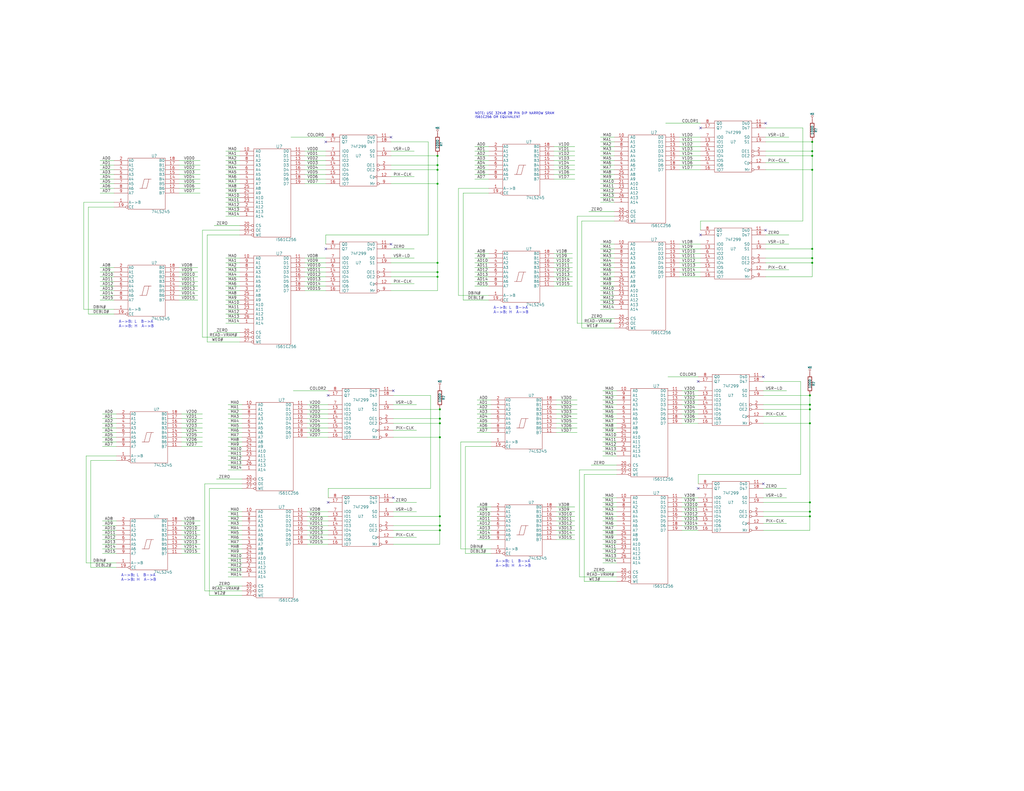
<source format=kicad_sch>
(kicad_sch (version 20211123) (generator eeschema)
  (paper "C")
  (junction (at 441.96 279.4))
  (junction (at 240.03 281.94))
  (junction (at 443.23 143.51))
  (junction (at 240.03 287.02))
  (junction (at 238.76 151.13))
  (junction (at 441.96 231.14))
  (junction (at 240.03 228.6))
  (junction (at 443.23 140.97))
  (junction (at 441.96 223.52))
  (junction (at 238.76 148.59))
  (junction (at 240.03 238.76))
  (junction (at 238.76 90.17))
  (junction (at 441.96 215.9))
  (junction (at 240.03 231.14))
  (junction (at 238.76 143.51))
  (junction (at 238.76 100.33))
  (junction (at 443.23 92.71))
  (junction (at 240.03 223.52))
  (junction (at 443.23 77.47))
  (junction (at 443.23 85.09))
  (junction (at 441.96 220.98))
  (junction (at 441.96 274.32))
  (junction (at 441.96 281.94))
  (junction (at 443.23 135.89))
  (junction (at 238.76 85.09))
  (junction (at 238.76 92.71))
  (junction (at 443.23 82.55))
  (junction (at 240.03 289.56))
  (no_connect (at 214.63 271.78))
  (no_connect (at 416.56 264.16))
  (no_connect (at 417.83 67.31))
  (no_connect (at 177.8 77.47))
  (no_connect (at 213.36 74.93))
  (no_connect (at 179.07 274.32))
  (no_connect (at 381 208.28))
  (no_connect (at 382.27 69.85))
  (no_connect (at 179.07 215.9))
  (no_connect (at 177.8 135.89))
  (no_connect (at 214.63 213.36))
  (no_connect (at 416.56 205.74))
  (no_connect (at 382.27 128.27))
  (no_connect (at 417.83 125.73))
  (no_connect (at 381 266.7))
  (no_connect (at 213.36 133.35))
  (wire (pts (xy 259.08 153.67) (xy 266.7 153.67)))
  (wire (pts (xy 416.56 208.28) (xy 436.88 208.28)))
  (wire (pts (xy 260.35 220.98) (xy 267.97 220.98)))
  (wire (pts (xy 63.5 248.92) (xy 46.99 248.92)))
  (wire (pts (xy 441.96 274.32) (xy 441.96 279.4)))
  (wire (pts (xy 314.96 176.53) (xy 335.28 176.53)))
  (wire (pts (xy 123.19 95.25) (xy 130.81 95.25)))
  (wire (pts (xy 303.53 284.48) (xy 313.69 284.48)))
  (wire (pts (xy 328.93 213.36) (xy 336.55 213.36)))
  (wire (pts (xy 54.61 90.17) (xy 62.23 90.17)))
  (wire (pts (xy 254 302.26) (xy 254 243.84)))
  (wire (pts (xy 54.61 156.21) (xy 62.23 156.21)))
  (wire (pts (xy 238.76 143.51) (xy 238.76 148.59)))
  (wire (pts (xy 177.8 128.27) (xy 177.8 133.35)))
  (wire (pts (xy 303.53 276.86) (xy 313.69 276.86)))
  (wire (pts (xy 317.5 179.07) (xy 335.28 179.07)))
  (wire (pts (xy 240.03 281.94) (xy 214.63 281.94)))
  (wire (pts (xy 123.19 143.51) (xy 130.81 143.51)))
  (wire (pts (xy 123.19 158.75) (xy 130.81 158.75)))
  (wire (pts (xy 370.84 148.59) (xy 382.27 148.59)))
  (wire (pts (xy 259.08 138.43) (xy 266.7 138.43)))
  (wire (pts (xy 124.46 292.1) (xy 132.08 292.1)))
  (wire (pts (xy 113.03 186.69) (xy 113.03 128.27)))
  (wire (pts (xy 370.84 92.71) (xy 382.27 92.71)))
  (wire (pts (xy 48.26 171.45) (xy 48.26 113.03)))
  (wire (pts (xy 166.37 140.97) (xy 177.8 140.97)))
  (wire (pts (xy 260.35 218.44) (xy 267.97 218.44)))
  (wire (pts (xy 259.08 82.55) (xy 266.7 82.55)))
  (wire (pts (xy 328.93 220.98) (xy 336.55 220.98)))
  (wire (pts (xy 124.46 251.46) (xy 132.08 251.46)))
  (wire (pts (xy 124.46 236.22) (xy 132.08 236.22)))
  (wire (pts (xy 303.53 236.22) (xy 314.96 236.22)))
  (wire (pts (xy 110.49 125.73) (xy 110.49 184.15)))
  (wire (pts (xy 213.36 77.47) (xy 233.68 77.47)))
  (wire (pts (xy 124.46 231.14) (xy 132.08 231.14)))
  (wire (pts (xy 328.93 233.68) (xy 336.55 233.68)))
  (wire (pts (xy 259.08 156.21) (xy 266.7 156.21)))
  (wire (pts (xy 327.66 135.89) (xy 335.28 135.89)))
  (wire (pts (xy 436.88 259.08) (xy 381 259.08)))
  (wire (pts (xy 114.3 325.12) (xy 132.08 325.12)))
  (wire (pts (xy 54.61 148.59) (xy 62.23 148.59)))
  (wire (pts (xy 123.19 173.99) (xy 130.81 173.99)))
  (wire (pts (xy 372.11 281.94) (xy 381 281.94)))
  (wire (pts (xy 252.73 163.83) (xy 252.73 105.41)))
  (wire (pts (xy 443.23 92.71) (xy 443.23 135.89)))
  (wire (pts (xy 443.23 82.55) (xy 417.83 82.55)))
  (wire (pts (xy 240.03 228.6) (xy 214.63 228.6)))
  (wire (pts (xy 123.19 168.91) (xy 130.81 168.91)))
  (wire (pts (xy 167.64 287.02) (xy 179.07 287.02)))
  (wire (pts (xy 111.76 322.58) (xy 111.76 264.16)))
  (wire (pts (xy 63.5 307.34) (xy 46.99 307.34)))
  (wire (pts (xy 111.76 264.16) (xy 132.08 264.16)))
  (wire (pts (xy 55.88 228.6) (xy 63.5 228.6)))
  (wire (pts (xy 438.15 120.65) (xy 438.15 69.85)))
  (wire (pts (xy 266.7 161.29) (xy 250.19 161.29)))
  (wire (pts (xy 238.76 148.59) (xy 238.76 151.13)))
  (wire (pts (xy 303.53 220.98) (xy 314.96 220.98)))
  (wire (pts (xy 132.08 320.04) (xy 118.11 320.04)))
  (wire (pts (xy 370.84 87.63) (xy 382.27 87.63)))
  (wire (pts (xy 132.08 261.62) (xy 118.11 261.62)))
  (wire (pts (xy 302.26 138.43) (xy 312.42 138.43)))
  (wire (pts (xy 370.84 135.89) (xy 382.27 135.89)))
  (wire (pts (xy 124.46 287.02) (xy 132.08 287.02)))
  (wire (pts (xy 130.81 123.19) (xy 116.84 123.19)))
  (wire (pts (xy 441.96 231.14) (xy 416.56 231.14)))
  (wire (pts (xy 327.66 85.09) (xy 335.28 85.09)))
  (wire (pts (xy 166.37 85.09) (xy 177.8 85.09)))
  (wire (pts (xy 327.66 158.75) (xy 335.28 158.75)))
  (wire (pts (xy 54.61 158.75) (xy 62.23 158.75)))
  (wire (pts (xy 303.53 228.6) (xy 314.96 228.6)))
  (wire (pts (xy 97.79 156.21) (xy 107.95 156.21)))
  (wire (pts (xy 327.66 133.35) (xy 335.28 133.35)))
  (wire (pts (xy 214.63 274.32) (xy 227.33 274.32)))
  (wire (pts (xy 167.64 289.56) (xy 179.07 289.56)))
  (wire (pts (xy 260.35 228.6) (xy 267.97 228.6)))
  (wire (pts (xy 97.79 158.75) (xy 107.95 158.75)))
  (wire (pts (xy 167.64 223.52) (xy 179.07 223.52)))
  (wire (pts (xy 441.96 274.32) (xy 416.56 274.32)))
  (wire (pts (xy 123.19 156.21) (xy 130.81 156.21)))
  (wire (pts (xy 123.19 171.45) (xy 130.81 171.45)))
  (wire (pts (xy 124.46 312.42) (xy 132.08 312.42)))
  (wire (pts (xy 99.06 231.14) (xy 110.49 231.14)))
  (wire (pts (xy 240.03 231.14) (xy 240.03 238.76)))
  (wire (pts (xy 167.64 281.94) (xy 179.07 281.94)))
  (wire (pts (xy 99.06 289.56) (xy 109.22 289.56)))
  (wire (pts (xy 113.03 128.27) (xy 130.81 128.27)))
  (wire (pts (xy 250.19 161.29) (xy 250.19 102.87)))
  (wire (pts (xy 123.19 100.33) (xy 130.81 100.33)))
  (wire (pts (xy 327.66 140.97) (xy 335.28 140.97)))
  (wire (pts (xy 55.88 299.72) (xy 63.5 299.72)))
  (wire (pts (xy 316.23 256.54) (xy 316.23 314.96)))
  (wire (pts (xy 443.23 135.89) (xy 443.23 140.97)))
  (wire (pts (xy 260.35 233.68) (xy 267.97 233.68)))
  (wire (pts (xy 48.26 113.03) (xy 62.23 113.03)))
  (wire (pts (xy 166.37 153.67) (xy 177.8 153.67)))
  (wire (pts (xy 99.06 292.1) (xy 109.22 292.1)))
  (wire (pts (xy 99.06 284.48) (xy 109.22 284.48)))
  (wire (pts (xy 327.66 80.01) (xy 335.28 80.01)))
  (wire (pts (xy 372.11 274.32) (xy 381 274.32)))
  (wire (pts (xy 240.03 223.52) (xy 214.63 223.52)))
  (wire (pts (xy 240.03 223.52) (xy 240.03 228.6)))
  (wire (pts (xy 328.93 231.14) (xy 336.55 231.14)))
  (wire (pts (xy 372.11 276.86) (xy 381 276.86)))
  (wire (pts (xy 166.37 97.79) (xy 177.8 97.79)))
  (wire (pts (xy 327.66 97.79) (xy 335.28 97.79)))
  (wire (pts (xy 97.79 100.33) (xy 109.22 100.33)))
  (wire (pts (xy 97.79 87.63) (xy 109.22 87.63)))
  (wire (pts (xy 214.63 293.37) (xy 227.33 293.37)))
  (wire (pts (xy 238.76 143.51) (xy 213.36 143.51)))
  (wire (pts (xy 63.5 251.46) (xy 49.53 251.46)))
  (wire (pts (xy 124.46 243.84) (xy 132.08 243.84)))
  (wire (pts (xy 335.28 120.65) (xy 317.5 120.65)))
  (wire (pts (xy 316.23 314.96) (xy 336.55 314.96)))
  (wire (pts (xy 124.46 279.4) (xy 132.08 279.4)))
  (wire (pts (xy 124.46 294.64) (xy 132.08 294.64)))
  (wire (pts (xy 302.26 143.51) (xy 312.42 143.51)))
  (wire (pts (xy 302.26 146.05) (xy 312.42 146.05)))
  (wire (pts (xy 123.19 107.95) (xy 130.81 107.95)))
  (wire (pts (xy 327.66 138.43) (xy 335.28 138.43)))
  (wire (pts (xy 430.53 74.93) (xy 417.83 74.93)))
  (wire (pts (xy 233.68 128.27) (xy 177.8 128.27)))
  (wire (pts (xy 303.53 281.94) (xy 313.69 281.94)))
  (wire (pts (xy 327.66 82.55) (xy 335.28 82.55)))
  (wire (pts (xy 382.27 125.73) (xy 382.27 120.65)))
  (wire (pts (xy 55.88 302.26) (xy 63.5 302.26)))
  (wire (pts (xy 302.26 87.63) (xy 313.69 87.63)))
  (wire (pts (xy 302.26 153.67) (xy 312.42 153.67)))
  (wire (pts (xy 99.06 297.18) (xy 109.22 297.18)))
  (wire (pts (xy 167.64 238.76) (xy 179.07 238.76)))
  (wire (pts (xy 260.35 284.48) (xy 267.97 284.48)))
  (wire (pts (xy 214.63 279.4) (xy 227.33 279.4)))
  (wire (pts (xy 441.96 281.94) (xy 441.96 289.56)))
  (wire (pts (xy 259.08 148.59) (xy 266.7 148.59)))
  (wire (pts (xy 123.19 176.53) (xy 130.81 176.53)))
  (wire (pts (xy 303.53 279.4) (xy 313.69 279.4)))
  (wire (pts (xy 97.79 161.29) (xy 107.95 161.29)))
  (wire (pts (xy 328.93 307.34) (xy 336.55 307.34)))
  (wire (pts (xy 443.23 92.71) (xy 417.83 92.71)))
  (wire (pts (xy 370.84 151.13) (xy 382.27 151.13)))
  (wire (pts (xy 99.06 299.72) (xy 109.22 299.72)))
  (wire (pts (xy 55.88 292.1) (xy 63.5 292.1)))
  (wire (pts (xy 130.81 186.69) (xy 113.03 186.69)))
  (wire (pts (xy 55.88 231.14) (xy 63.5 231.14)))
  (wire (pts (xy 372.11 271.78) (xy 381 271.78)))
  (wire (pts (xy 99.06 294.64) (xy 109.22 294.64)))
  (wire (pts (xy 213.36 158.75) (xy 238.76 158.75)))
  (wire (pts (xy 328.93 289.56) (xy 336.55 289.56)))
  (wire (pts (xy 54.61 153.67) (xy 62.23 153.67)))
  (wire (pts (xy 336.55 256.54) (xy 316.23 256.54)))
  (wire (pts (xy 55.88 233.68) (xy 63.5 233.68)))
  (wire (pts (xy 123.19 140.97) (xy 130.81 140.97)))
  (wire (pts (xy 63.5 309.88) (xy 49.53 309.88)))
  (wire (pts (xy 417.83 133.35) (xy 430.53 133.35)))
  (wire (pts (xy 238.76 92.71) (xy 213.36 92.71)))
  (wire (pts (xy 166.37 146.05) (xy 177.8 146.05)))
  (wire (pts (xy 167.64 233.68) (xy 179.07 233.68)))
  (wire (pts (xy 328.93 292.1) (xy 336.55 292.1)))
  (wire (pts (xy 260.35 231.14) (xy 267.97 231.14)))
  (wire (pts (xy 124.46 241.3) (xy 132.08 241.3)))
  (wire (pts (xy 158.75 74.93) (xy 177.8 74.93)))
  (wire (pts (xy 124.46 281.94) (xy 132.08 281.94)))
  (wire (pts (xy 124.46 238.76) (xy 132.08 238.76)))
  (wire (pts (xy 99.06 236.22) (xy 110.49 236.22)))
  (wire (pts (xy 124.46 299.72) (xy 132.08 299.72)))
  (wire (pts (xy 370.84 138.43) (xy 382.27 138.43)))
  (wire (pts (xy 302.26 90.17) (xy 313.69 90.17)))
  (wire (pts (xy 48.26 171.45) (xy 62.23 171.45)))
  (wire (pts (xy 327.66 143.51) (xy 335.28 143.51)))
  (wire (pts (xy 123.19 166.37) (xy 130.81 166.37)))
  (wire (pts (xy 124.46 226.06) (xy 132.08 226.06)))
  (wire (pts (xy 328.93 294.64) (xy 336.55 294.64)))
  (wire (pts (xy 179.07 271.78) (xy 179.07 266.7)))
  (wire (pts (xy 259.08 97.79) (xy 266.7 97.79)))
  (wire (pts (xy 259.08 85.09) (xy 266.7 85.09)))
  (wire (pts (xy 213.36 96.52) (xy 226.06 96.52)))
  (wire (pts (xy 99.06 228.6) (xy 110.49 228.6)))
  (wire (pts (xy 55.88 243.84) (xy 63.5 243.84)))
  (wire (pts (xy 416.56 266.7) (xy 429.26 266.7)))
  (wire (pts (xy 123.19 115.57) (xy 130.81 115.57)))
  (wire (pts (xy 443.23 140.97) (xy 443.23 143.51)))
  (wire (pts (xy 240.03 238.76) (xy 240.03 281.94)))
  (wire (pts (xy 443.23 85.09) (xy 417.83 85.09)))
  (wire (pts (xy 443.23 85.09) (xy 443.23 92.71)))
  (wire (pts (xy 214.63 234.95) (xy 227.33 234.95)))
  (wire (pts (xy 416.56 271.78) (xy 429.26 271.78)))
  (wire (pts (xy 179.07 266.7) (xy 234.95 266.7)))
  (wire (pts (xy 266.7 105.41) (xy 252.73 105.41)))
  (wire (pts (xy 55.88 294.64) (xy 63.5 294.64)))
  (wire (pts (xy 303.53 287.02) (xy 313.69 287.02)))
  (wire (pts (xy 443.23 140.97) (xy 417.83 140.97)))
  (wire (pts (xy 234.95 215.9) (xy 214.63 215.9)))
  (wire (pts (xy 372.11 223.52) (xy 381 223.52)))
  (wire (pts (xy 259.08 92.71) (xy 266.7 92.71)))
  (wire (pts (xy 238.76 100.33) (xy 238.76 143.51)))
  (wire (pts (xy 99.06 287.02) (xy 109.22 287.02)))
  (wire (pts (xy 123.19 102.87) (xy 130.81 102.87)))
  (wire (pts (xy 167.64 294.64) (xy 179.07 294.64)))
  (wire (pts (xy 328.93 274.32) (xy 336.55 274.32)))
  (wire (pts (xy 328.93 287.02) (xy 336.55 287.02)))
  (wire (pts (xy 54.61 87.63) (xy 62.23 87.63)))
  (wire (pts (xy 335.28 173.99) (xy 321.31 173.99)))
  (wire (pts (xy 302.26 97.79) (xy 313.69 97.79)))
  (wire (pts (xy 54.61 163.83) (xy 62.23 163.83)))
  (wire (pts (xy 328.93 228.6) (xy 336.55 228.6)))
  (wire (pts (xy 54.61 105.41) (xy 62.23 105.41)))
  (wire (pts (xy 370.84 146.05) (xy 382.27 146.05)))
  (wire (pts (xy 123.19 113.03) (xy 130.81 113.03)))
  (wire (pts (xy 45.72 168.91) (xy 62.23 168.91)))
  (wire (pts (xy 238.76 151.13) (xy 213.36 151.13)))
  (wire (pts (xy 303.53 218.44) (xy 314.96 218.44)))
  (wire (pts (xy 364.49 205.74) (xy 381 205.74)))
  (wire (pts (xy 167.64 220.98) (xy 179.07 220.98)))
  (wire (pts (xy 167.64 279.4) (xy 179.07 279.4)))
  (wire (pts (xy 443.23 135.89) (xy 417.83 135.89)))
  (wire (pts (xy 328.93 215.9) (xy 336.55 215.9)))
  (wire (pts (xy 327.66 100.33) (xy 335.28 100.33)))
  (wire (pts (xy 124.46 307.34) (xy 132.08 307.34)))
  (wire (pts (xy 240.03 297.18) (xy 214.63 297.18)))
  (wire (pts (xy 54.61 95.25) (xy 62.23 95.25)))
  (wire (pts (xy 417.83 88.9) (xy 430.53 88.9)))
  (wire (pts (xy 302.26 156.21) (xy 312.42 156.21)))
  (wire (pts (xy 260.35 281.94) (xy 267.97 281.94)))
  (wire (pts (xy 123.19 85.09) (xy 130.81 85.09)))
  (wire (pts (xy 97.79 92.71) (xy 109.22 92.71)))
  (wire (pts (xy 123.19 163.83) (xy 130.81 163.83)))
  (wire (pts (xy 97.79 153.67) (xy 107.95 153.67)))
  (wire (pts (xy 166.37 95.25) (xy 177.8 95.25)))
  (wire (pts (xy 213.36 90.17) (xy 238.76 90.17)))
  (wire (pts (xy 99.06 243.84) (xy 110.49 243.84)))
  (wire (pts (xy 327.66 90.17) (xy 335.28 90.17)))
  (wire (pts (xy 327.66 156.21) (xy 335.28 156.21)))
  (wire (pts (xy 123.19 151.13) (xy 130.81 151.13)))
  (wire (pts (xy 54.61 92.71) (xy 62.23 92.71)))
  (wire (pts (xy 303.53 292.1) (xy 313.69 292.1)))
  (wire (pts (xy 97.79 97.79) (xy 109.22 97.79)))
  (wire (pts (xy 110.49 184.15) (xy 130.81 184.15)))
  (wire (pts (xy 240.03 228.6) (xy 240.03 231.14)))
  (wire (pts (xy 124.46 297.18) (xy 132.08 297.18)))
  (wire (pts (xy 372.11 213.36) (xy 381 213.36)))
  (wire (pts (xy 260.35 223.52) (xy 267.97 223.52)))
  (wire (pts (xy 328.93 238.76) (xy 336.55 238.76)))
  (wire (pts (xy 328.93 248.92) (xy 336.55 248.92)))
  (wire (pts (xy 372.11 284.48) (xy 381 284.48)))
  (wire (pts (xy 266.7 102.87) (xy 250.19 102.87)))
  (wire (pts (xy 328.93 223.52) (xy 336.55 223.52)))
  (wire (pts (xy 302.26 82.55) (xy 313.69 82.55)))
  (wire (pts (xy 45.72 110.49) (xy 62.23 110.49)))
  (wire (pts (xy 327.66 148.59) (xy 335.28 148.59)))
  (wire (pts (xy 55.88 236.22) (xy 63.5 236.22)))
  (wire (pts (xy 124.46 309.88) (xy 132.08 309.88)))
  (wire (pts (xy 260.35 292.1) (xy 267.97 292.1)))
  (wire (pts (xy 213.36 85.09) (xy 238.76 85.09)))
  (wire (pts (xy 54.61 100.33) (xy 62.23 100.33)))
  (wire (pts (xy 443.23 151.13) (xy 417.83 151.13)))
  (wire (pts (xy 124.46 223.52) (xy 132.08 223.52)))
  (wire (pts (xy 227.33 220.98) (xy 214.63 220.98)))
  (wire (pts (xy 336.55 312.42) (xy 322.58 312.42)))
  (wire (pts (xy 132.08 266.7) (xy 114.3 266.7)))
  (wire (pts (xy 372.11 226.06) (xy 381 226.06)))
  (wire (pts (xy 438.15 69.85) (xy 417.83 69.85)))
  (wire (pts (xy 302.26 140.97) (xy 312.42 140.97)))
  (wire (pts (xy 114.3 266.7) (xy 114.3 325.12)))
  (wire (pts (xy 416.56 220.98) (xy 441.96 220.98)))
  (wire (pts (xy 123.19 105.41) (xy 130.81 105.41)))
  (wire (pts (xy 97.79 90.17) (xy 109.22 90.17)))
  (wire (pts (xy 328.93 226.06) (xy 336.55 226.06)))
  (wire (pts (xy 302.26 95.25) (xy 313.69 95.25)))
  (wire (pts (xy 363.22 67.31) (xy 382.27 67.31)))
  (wire (pts (xy 417.83 128.27) (xy 430.53 128.27)))
  (wire (pts (xy 327.66 151.13) (xy 335.28 151.13)))
  (wire (pts (xy 372.11 220.98) (xy 381 220.98)))
  (wire (pts (xy 259.08 151.13) (xy 266.7 151.13)))
  (wire (pts (xy 370.84 85.09) (xy 382.27 85.09)))
  (wire (pts (xy 327.66 146.05) (xy 335.28 146.05)))
  (wire (pts (xy 328.93 297.18) (xy 336.55 297.18)))
  (wire (pts (xy 238.76 148.59) (xy 213.36 148.59)))
  (wire (pts (xy 443.23 143.51) (xy 443.23 151.13)))
  (wire (pts (xy 260.35 279.4) (xy 267.97 279.4)))
  (wire (pts (xy 166.37 156.21) (xy 177.8 156.21)))
  (wire (pts (xy 441.96 223.52) (xy 416.56 223.52)))
  (wire (pts (xy 55.88 297.18) (xy 63.5 297.18)))
  (wire (pts (xy 327.66 163.83) (xy 335.28 163.83)))
  (wire (pts (xy 314.96 118.11) (xy 335.28 118.11)))
  (wire (pts (xy 259.08 87.63) (xy 266.7 87.63)))
  (wire (pts (xy 370.84 74.93) (xy 382.27 74.93)))
  (wire (pts (xy 97.79 163.83) (xy 107.95 163.83)))
  (wire (pts (xy 441.96 231.14) (xy 441.96 274.32)))
  (wire (pts (xy 123.19 146.05) (xy 130.81 146.05)))
  (wire (pts (xy 240.03 289.56) (xy 240.03 297.18)))
  (wire (pts (xy 328.93 218.44) (xy 336.55 218.44)))
  (wire (pts (xy 327.66 87.63) (xy 335.28 87.63)))
  (wire (pts (xy 130.81 181.61) (xy 116.84 181.61)))
  (wire (pts (xy 260.35 287.02) (xy 267.97 287.02)))
  (wire (pts (xy 233.68 77.47) (xy 233.68 128.27)))
  (wire (pts (xy 166.37 148.59) (xy 177.8 148.59)))
  (wire (pts (xy 167.64 292.1) (xy 179.07 292.1)))
  (wire (pts (xy 167.64 297.18) (xy 179.07 297.18)))
  (wire (pts (xy 97.79 151.13) (xy 107.95 151.13)))
  (wire (pts (xy 441.96 220.98) (xy 441.96 223.52)))
  (wire (pts (xy 55.88 289.56) (xy 63.5 289.56)))
  (wire (pts (xy 167.64 284.48) (xy 179.07 284.48)))
  (wire (pts (xy 328.93 243.84) (xy 336.55 243.84)))
  (wire (pts (xy 417.83 147.32) (xy 430.53 147.32)))
  (wire (pts (xy 303.53 233.68) (xy 314.96 233.68)))
  (wire (pts (xy 123.19 153.67) (xy 130.81 153.67)))
  (wire (pts (xy 302.26 151.13) (xy 312.42 151.13)))
  (wire (pts (xy 372.11 287.02) (xy 381 287.02)))
  (wire (pts (xy 97.79 95.25) (xy 109.22 95.25)))
  (wire (pts (xy 328.93 299.72) (xy 336.55 299.72)))
  (wire (pts (xy 303.53 294.64) (xy 313.69 294.64)))
  (wire (pts (xy 213.36 140.97) (xy 226.06 140.97)))
  (wire (pts (xy 123.19 148.59) (xy 130.81 148.59)))
  (wire (pts (xy 370.84 90.17) (xy 382.27 90.17)))
  (wire (pts (xy 99.06 241.3) (xy 110.49 241.3)))
  (wire (pts (xy 382.27 120.65) (xy 438.15 120.65)))
  (wire (pts (xy 166.37 87.63) (xy 177.8 87.63)))
  (wire (pts (xy 336.55 317.5) (xy 318.77 317.5)))
  (wire (pts (xy 441.96 223.52) (xy 441.96 231.14)))
  (wire (pts (xy 372.11 218.44) (xy 381 218.44)))
  (wire (pts (xy 370.84 143.51) (xy 382.27 143.51)))
  (wire (pts (xy 266.7 163.83) (xy 252.73 163.83)))
  (wire (pts (xy 441.96 281.94) (xy 416.56 281.94)))
  (wire (pts (xy 167.64 228.6) (xy 179.07 228.6)))
  (wire (pts (xy 303.53 289.56) (xy 313.69 289.56)))
  (wire (pts (xy 314.96 118.11) (xy 314.96 176.53)))
  (wire (pts (xy 240.03 287.02) (xy 214.63 287.02)))
  (wire (pts (xy 259.08 95.25) (xy 266.7 95.25)))
  (wire (pts (xy 370.84 133.35) (xy 382.27 133.35)))
  (wire (pts (xy 167.64 231.14) (xy 179.07 231.14)))
  (wire (pts (xy 327.66 105.41) (xy 335.28 105.41)))
  (wire (pts (xy 327.66 153.67) (xy 335.28 153.67)))
  (wire (pts (xy 372.11 231.14) (xy 381 231.14)))
  (wire (pts (xy 167.64 226.06) (xy 179.07 226.06)))
  (wire (pts (xy 166.37 143.51) (xy 177.8 143.51)))
  (wire (pts (xy 381 259.08) (xy 381 264.16)))
  (wire (pts (xy 124.46 254) (xy 132.08 254)))
  (wire (pts (xy 303.53 223.52) (xy 314.96 223.52)))
  (wire (pts (xy 55.88 284.48) (xy 63.5 284.48)))
  (wire (pts (xy 55.88 241.3) (xy 63.5 241.3)))
  (wire (pts (xy 166.37 158.75) (xy 177.8 158.75)))
  (wire (pts (xy 124.46 284.48) (xy 132.08 284.48)))
  (wire (pts (xy 214.63 289.56) (xy 240.03 289.56)))
  (wire (pts (xy 302.26 148.59) (xy 312.42 148.59)))
  (wire (pts (xy 54.61 151.13) (xy 62.23 151.13)))
  (wire (pts (xy 416.56 215.9) (xy 441.96 215.9)))
  (wire (pts (xy 328.93 281.94) (xy 336.55 281.94)))
  (wire (pts (xy 327.66 95.25) (xy 335.28 95.25)))
  (wire (pts (xy 97.79 102.87) (xy 109.22 102.87)))
  (wire (pts (xy 441.96 215.9) (xy 441.96 220.98)))
  (wire (pts (xy 166.37 92.71) (xy 177.8 92.71)))
  (wire (pts (xy 328.93 236.22) (xy 336.55 236.22)))
  (wire (pts (xy 97.79 148.59) (xy 107.95 148.59)))
  (wire (pts (xy 327.66 102.87) (xy 335.28 102.87)))
  (wire (pts (xy 238.76 151.13) (xy 238.76 158.75)))
  (wire (pts (xy 160.02 213.36) (xy 179.07 213.36)))
  (wire (pts (xy 416.56 227.33) (xy 429.26 227.33)))
  (wire (pts (xy 416.56 285.75) (xy 429.26 285.75)))
  (wire (pts (xy 254 302.26) (xy 267.97 302.26)))
  (wire (pts (xy 317.5 120.65) (xy 317.5 179.07)))
  (wire (pts (xy 417.83 143.51) (xy 443.23 143.51)))
  (wire (pts (xy 327.66 107.95) (xy 335.28 107.95)))
  (wire (pts (xy 259.08 90.17) (xy 266.7 90.17)))
  (wire (pts (xy 328.93 276.86) (xy 336.55 276.86)))
  (wire (pts (xy 166.37 82.55) (xy 177.8 82.55)))
  (wire (pts (xy 240.03 231.14) (xy 214.63 231.14)))
  (wire (pts (xy 370.84 82.55) (xy 382.27 82.55)))
  (wire (pts (xy 49.53 309.88) (xy 49.53 251.46)))
  (wire (pts (xy 123.19 92.71) (xy 130.81 92.71)))
  (wire (pts (xy 130.81 125.73) (xy 110.49 125.73)))
  (wire (pts (xy 97.79 105.41) (xy 109.22 105.41)))
  (wire (pts (xy 123.19 87.63) (xy 130.81 87.63)))
  (wire (pts (xy 260.35 236.22) (xy 267.97 236.22)))
  (wire (pts (xy 372.11 289.56) (xy 381 289.56)))
  (wire (pts (xy 240.03 287.02) (xy 240.03 289.56)))
  (wire (pts (xy 55.88 287.02) (xy 63.5 287.02)))
  (wire (pts (xy 328.93 279.4) (xy 336.55 279.4)))
  (wire (pts (xy 416.56 289.56) (xy 441.96 289.56)))
  (wire (pts (xy 123.19 118.11) (xy 130.81 118.11)))
  (wire (pts (xy 99.06 233.68) (xy 110.49 233.68)))
  (wire (pts (xy 124.46 289.56) (xy 132.08 289.56)))
  (wire (pts (xy 99.06 226.06) (xy 110.49 226.06)))
  (wire (pts (xy 124.46 302.26) (xy 132.08 302.26)))
  (wire (pts (xy 328.93 241.3) (xy 336.55 241.3)))
  (wire (pts (xy 124.46 256.54) (xy 132.08 256.54)))
  (wire (pts (xy 132.08 322.58) (xy 111.76 322.58)))
  (wire (pts (xy 54.61 102.87) (xy 62.23 102.87)))
  (wire (pts (xy 123.19 97.79) (xy 130.81 97.79)))
  (wire (pts (xy 327.66 166.37) (xy 335.28 166.37)))
  (wire (pts (xy 251.46 299.72) (xy 251.46 241.3)))
  (wire (pts (xy 238.76 92.71) (xy 238.76 100.33)))
  (wire (pts (xy 254 243.84) (xy 267.97 243.84)))
  (wire (pts (xy 166.37 100.33) (xy 177.8 100.33)))
  (wire (pts (xy 370.84 80.01) (xy 382.27 80.01)))
  (wire (pts (xy 443.23 82.55) (xy 443.23 85.09)))
  (wire (pts (xy 441.96 279.4) (xy 416.56 279.4)))
  (wire (pts (xy 302.26 80.01) (xy 313.69 80.01)))
  (wire (pts (xy 372.11 215.9) (xy 381 215.9)))
  (wire (pts (xy 327.66 161.29) (xy 335.28 161.29)))
  (wire (pts (xy 46.99 307.34) (xy 46.99 248.92)))
  (wire (pts (xy 166.37 151.13) (xy 177.8 151.13)))
  (wire (pts (xy 443.23 77.47) (xy 443.23 82.55)))
  (wire (pts (xy 240.03 281.94) (xy 240.03 287.02)))
  (wire (pts (xy 429.26 213.36) (xy 416.56 213.36)))
  (wire (pts (xy 441.96 279.4) (xy 441.96 281.94)))
  (wire (pts (xy 238.76 100.33) (xy 213.36 100.33)))
  (wire (pts (xy 55.88 226.06) (xy 63.5 226.06)))
  (wire (pts (xy 54.61 146.05) (xy 62.23 146.05)))
  (wire (pts (xy 259.08 146.05) (xy 266.7 146.05)))
  (wire (pts (xy 302.26 85.09) (xy 313.69 85.09)))
  (wire (pts (xy 124.46 314.96) (xy 132.08 314.96)))
  (wire (pts (xy 234.95 266.7) (xy 234.95 215.9)))
  (wire (pts (xy 123.19 90.17) (xy 130.81 90.17)))
  (wire (pts (xy 372.11 228.6) (xy 381 228.6)))
  (wire (pts (xy 260.35 276.86) (xy 267.97 276.86)))
  (wire (pts (xy 166.37 90.17) (xy 177.8 90.17)))
  (wire (pts (xy 370.84 77.47) (xy 382.27 77.47)))
  (wire (pts (xy 327.66 74.93) (xy 335.28 74.93)))
  (wire (pts (xy 328.93 284.48) (xy 336.55 284.48)))
  (wire (pts (xy 123.19 161.29) (xy 130.81 161.29)))
  (wire (pts (xy 54.61 97.79) (xy 62.23 97.79)))
  (wire (pts (xy 259.08 140.97) (xy 266.7 140.97)))
  (wire (pts (xy 370.84 140.97) (xy 382.27 140.97)))
  (wire (pts (xy 54.61 161.29) (xy 62.23 161.29)))
  (wire (pts (xy 327.66 77.47) (xy 335.28 77.47)))
  (wire (pts (xy 260.35 289.56) (xy 267.97 289.56)))
  (wire (pts (xy 124.46 248.92) (xy 132.08 248.92)))
  (wire (pts (xy 213.36 154.94) (xy 226.06 154.94)))
  (wire (pts (xy 328.93 246.38) (xy 336.55 246.38)))
  (wire (pts (xy 213.36 135.89) (xy 226.06 135.89)))
  (wire (pts (xy 260.35 294.64) (xy 267.97 294.64)))
  (wire (pts (xy 226.06 82.55) (xy 213.36 82.55)))
  (wire (pts (xy 251.46 299.72) (xy 267.97 299.72)))
  (wire (pts (xy 372.11 279.4) (xy 381 279.4)))
  (wire (pts (xy 303.53 231.14) (xy 314.96 231.14)))
  (wire (pts (xy 327.66 110.49) (xy 335.28 110.49)))
  (wire (pts (xy 240.03 238.76) (xy 214.63 238.76)))
  (wire (pts (xy 251.46 241.3) (xy 267.97 241.3)))
  (wire (pts (xy 97.79 146.05) (xy 107.95 146.05)))
  (wire (pts (xy 55.88 238.76) (xy 63.5 238.76)))
  (wire (pts (xy 335.28 115.57) (xy 321.31 115.57)))
  (wire (pts (xy 99.06 302.26) (xy 109.22 302.26)))
  (wire (pts (xy 436.88 208.28) (xy 436.88 259.08)))
  (wire (pts (xy 238.76 85.09) (xy 238.76 90.17)))
  (wire (pts (xy 124.46 228.6) (xy 132.08 228.6)))
  (wire (pts (xy 302.26 92.71) (xy 313.69 92.71)))
  (wire (pts (xy 260.35 226.06) (xy 267.97 226.06)))
  (wire (pts (xy 167.64 236.22) (xy 179.07 236.22)))
  (wire (pts (xy 303.53 226.06) (xy 314.96 226.06)))
  (wire (pts (xy 327.66 92.71) (xy 335.28 92.71)))
  (wire (pts (xy 124.46 246.38) (xy 132.08 246.38)))
  (wire (pts (xy 238.76 90.17) (xy 238.76 92.71)))
  (wire (pts (xy 318.77 317.5) (xy 318.77 259.08)))
  (wire (pts (xy 328.93 271.78) (xy 336.55 271.78)))
  (wire (pts (xy 99.06 238.76) (xy 110.49 238.76)))
  (wire (pts (xy 336.55 254) (xy 322.58 254)))
  (wire (pts (xy 123.19 82.55) (xy 130.81 82.55)))
  (wire (pts (xy 328.93 302.26) (xy 336.55 302.26)))
  (wire (pts (xy 124.46 233.68) (xy 132.08 233.68)))
  (wire (pts (xy 328.93 304.8) (xy 336.55 304.8)))
  (wire (pts (xy 124.46 220.98) (xy 132.08 220.98)))
  (wire (pts (xy 259.08 143.51) (xy 266.7 143.51)))
  (wire (pts (xy 45.72 168.91) (xy 45.72 110.49)))
  (wire (pts (xy 318.77 259.08) (xy 336.55 259.08)))
  (wire (pts (xy 124.46 304.8) (xy 132.08 304.8)))
  (wire (pts (xy 259.08 80.01) (xy 266.7 80.01)))
  (wire (pts (xy 327.66 168.91) (xy 335.28 168.91)))
  (wire (pts (xy 123.19 110.49) (xy 130.81 110.49)))
  (wire (pts (xy 443.23 77.47) (xy 417.83 77.47)))
  (text "A->B: L  B->A\nA->B: H  A->B" (at 269.24 171.45 0) (effects (font (size 1.524 1.524)) (justify left bottom)))
  (text "NOTE: USE 32Kx8 28 PIN DIP NARROW SRAM\nIS61C256 OR EQUIVALENT\n" (at 259.08 64.77 0) (effects (font (size 1.27 1.27)) (justify left bottom)))
  (text "A->B: L  B->A\nA->B: H  A->B" (at 64.77 179.07 0) (effects (font (size 1.524 1.524)) (justify left bottom)))
  (text "A->B: L  B->A\nA->B: H  A->B" (at 270.51 309.88 0) (effects (font (size 1.524 1.524)) (justify left bottom)))
  (text "A->B: L  B->A\nA->B: H  A->B" (at 66.04 317.5 0) (effects (font (size 1.524 1.524)) (justify left bottom)))
  (label "MA1" (at 330.2 215.9 0) (effects (font (size 1.524 1.524))))
  (label "V1D3" (at 372.11 82.55 0) (effects (font (size 1.524 1.524))))
  (label "V3D7" (at 373.38 231.14 0) (effects (font (size 1.524 1.524))))
  (label "V2D4" (at 168.91 231.14 0) (effects (font (size 1.524 1.524))))
  (label "V2D14" (at 168.91 294.64 0) (effects (font (size 1.524 1.524))))
  (label "V3D10" (at 304.8 281.94 0) (effects (font (size 1.524 1.524))))
  (label "V0D14" (at 99.06 161.29 0) (effects (font (size 1.524 1.524))))
  (label "AD10" (at 57.15 289.56 0) (effects (font (size 1.524 1.524))))
  (label "V1D4" (at 304.8 90.17 0) (effects (font (size 1.524 1.524))))
  (label "MA13" (at 125.73 254 0) (effects (font (size 1.524 1.524))))
  (label "V3D3" (at 306.07 226.06 0) (effects (font (size 1.524 1.524))))
  (label "MA5" (at 330.2 226.06 0) (effects (font (size 1.524 1.524))))
  (label "MA7" (at 328.93 92.71 0) (effects (font (size 1.524 1.524))))
  (label "COLOR1" (at 372.11 67.31 0) (effects (font (size 1.524 1.524))))
  (label "MA9" (at 330.2 294.64 0) (effects (font (size 1.524 1.524))))
  (label "V2D5" (at 101.6 238.76 0) (effects (font (size 1.524 1.524))))
  (label "V3D13" (at 304.8 289.56 0) (effects (font (size 1.524 1.524))))
  (label "V1D2" (at 304.8 85.09 0) (effects (font (size 1.524 1.524))))
  (label "AD10" (at 55.88 151.13 0) (effects (font (size 1.524 1.524))))
  (label "MA1" (at 124.46 85.09 0) (effects (font (size 1.524 1.524))))
  (label "MA14" (at 125.73 256.54 0) (effects (font (size 1.524 1.524))))
  (label "MA2" (at 125.73 284.48 0) (effects (font (size 1.524 1.524))))
  (label "V0D5" (at 167.64 95.25 0) (effects (font (size 1.524 1.524))))
  (label "WE2#" (at 116.84 325.12 0) (effects (font (size 1.524 1.524))))
  (label "MA0" (at 330.2 213.36 0) (effects (font (size 1.524 1.524))))
  (label "V1D14" (at 372.11 148.59 0) (effects (font (size 1.524 1.524))))
  (label "V1D0" (at 372.11 74.93 0) (effects (font (size 1.524 1.524))))
  (label "V2D7" (at 168.91 238.76 0) (effects (font (size 1.524 1.524))))
  (label "READ-VRAM#" (at 318.77 176.53 0) (effects (font (size 1.524 1.524))))
  (label "V0D13" (at 99.06 158.75 0) (effects (font (size 1.524 1.524))))
  (label "MA14" (at 124.46 118.11 0) (effects (font (size 1.524 1.524))))
  (label "MA8" (at 125.73 241.3 0) (effects (font (size 1.524 1.524))))
  (label "V3D1" (at 373.38 215.9 0) (effects (font (size 1.524 1.524))))
  (label "MA12" (at 124.46 171.45 0) (effects (font (size 1.524 1.524))))
  (label "MA12" (at 330.2 243.84 0) (effects (font (size 1.524 1.524))))
  (label "AD4" (at 57.15 236.22 0) (effects (font (size 1.524 1.524))))
  (label "V1D2" (at 372.11 80.01 0) (effects (font (size 1.524 1.524))))
  (label "MA5" (at 328.93 87.63 0) (effects (font (size 1.524 1.524))))
  (label "MA5" (at 125.73 292.1 0) (effects (font (size 1.524 1.524))))
  (label "WE1#" (at 320.04 179.07 0) (effects (font (size 1.524 1.524))))
  (label "PIX-CLK" (at 417.83 227.33 0) (effects (font (size 1.524 1.524))))
  (label "MA4" (at 124.46 92.71 0) (effects (font (size 1.524 1.524))))
  (label "MA2" (at 330.2 218.44 0) (effects (font (size 1.524 1.524))))
  (label "MA6" (at 124.46 156.21 0) (effects (font (size 1.524 1.524))))
  (label "AD2" (at 261.62 223.52 0) (effects (font (size 1.524 1.524))))
  (label "V2D5" (at 168.91 233.68 0) (effects (font (size 1.524 1.524))))
  (label "V2D10" (at 168.91 284.48 0) (effects (font (size 1.524 1.524))))
  (label "AD0" (at 261.62 218.44 0) (effects (font (size 1.524 1.524))))
  (label "MA11" (at 124.46 168.91 0) (effects (font (size 1.524 1.524))))
  (label "V3D11" (at 373.38 279.4 0) (effects (font (size 1.524 1.524))))
  (label "V0D15" (at 167.64 158.75 0) (effects (font (size 1.524 1.524))))
  (label "MA3" (at 330.2 279.4 0) (effects (font (size 1.524 1.524))))
  (label "V2D9" (at 100.33 287.02 0) (effects (font (size 1.524 1.524))))
  (label "V1D9" (at 303.53 140.97 0) (effects (font (size 1.524 1.524))))
  (label "AD15" (at 55.88 163.83 0) (effects (font (size 1.524 1.524))))
  (label "V2D7" (at 101.6 243.84 0) (effects (font (size 1.524 1.524))))
  (label "V1D8" (at 372.11 133.35 0) (effects (font (size 1.524 1.524))))
  (label "AD2" (at 55.88 92.71 0) (effects (font (size 1.524 1.524))))
  (label "ZERO" (at 419.1 128.27 0) (effects (font (size 1.524 1.524))))
  (label "MA1" (at 328.93 135.89 0) (effects (font (size 1.524 1.524))))
  (label "VSR-LD" (at 419.1 74.93 0) (effects (font (size 1.524 1.524))))
  (label "MA0" (at 328.93 74.93 0) (effects (font (size 1.524 1.524))))
  (label "V0D10" (at 99.06 151.13 0) (effects (font (size 1.524 1.524))))
  (label "V0D9" (at 167.64 143.51 0) (effects (font (size 1.524 1.524))))
  (label "AD11" (at 57.15 292.1 0) (effects (font (size 1.524 1.524))))
  (label "V0D0" (at 100.33 87.63 0) (effects (font (size 1.524 1.524))))
  (label "AD3" (at 55.88 95.25 0) (effects (font (size 1.524 1.524))))
  (label "MA5" (at 125.73 233.68 0) (effects (font (size 1.524 1.524))))
  (label "MA5" (at 330.2 284.48 0) (effects (font (size 1.524 1.524))))
  (label "MA7" (at 328.93 151.13 0) (effects (font (size 1.524 1.524))))
  (label "DBIN#" (at 255.27 161.29 0) (effects (font (size 1.524 1.524))))
  (label "V0D0" (at 167.64 82.55 0) (effects (font (size 1.524 1.524))))
  (label "MA11" (at 125.73 307.34 0) (effects (font (size 1.524 1.524))))
  (label "AD5" (at 57.15 238.76 0) (effects (font (size 1.524 1.524))))
  (label "MA12" (at 125.73 309.88 0) (effects (font (size 1.524 1.524))))
  (label "V3D7" (at 306.07 236.22 0) (effects (font (size 1.524 1.524))))
  (label "MA5" (at 124.46 95.25 0) (effects (font (size 1.524 1.524))))
  (label "V1D13" (at 303.53 151.13 0) (effects (font (size 1.524 1.524))))
  (label "PIX-CLK" (at 419.1 147.32 0) (effects (font (size 1.524 1.524))))
  (label "PIX-CLK" (at 215.9 234.95 0) (effects (font (size 1.524 1.524))))
  (label "ZERO" (at 119.38 320.04 0) (effects (font (size 1.524 1.524))))
  (label "V2D15" (at 100.33 302.26 0) (effects (font (size 1.524 1.524))))
  (label "V2D13" (at 100.33 297.18 0) (effects (font (size 1.524 1.524))))
  (label "AD5" (at 261.62 231.14 0) (effects (font (size 1.524 1.524))))
  (label "MA11" (at 328.93 102.87 0) (effects (font (size 1.524 1.524))))
  (label "V0D6" (at 167.64 97.79 0) (effects (font (size 1.524 1.524))))
  (label "V3D3" (at 373.38 220.98 0) (effects (font (size 1.524 1.524))))
  (label "AD15" (at 57.15 302.26 0) (effects (font (size 1.524 1.524))))
  (label "MA2" (at 124.46 87.63 0) (effects (font (size 1.524 1.524))))
  (label "AD4" (at 260.35 90.17 0) (effects (font (size 1.524 1.524))))
  (label "AD13" (at 55.88 158.75 0) (effects (font (size 1.524 1.524))))
  (label "V0D11" (at 99.06 153.67 0) (effects (font (size 1.524 1.524))))
  (label "AD7" (at 55.88 105.41 0) (effects (font (size 1.524 1.524))))
  (label "AD7" (at 261.62 236.22 0) (effects (font (size 1.524 1.524))))
  (label "READ-VRAM#" (at 320.04 314.96 0) (effects (font (size 1.524 1.524))))
  (label "MA7" (at 124.46 100.33 0) (effects (font (size 1.524 1.524))))
  (label "ZERO" (at 214.63 135.89 0) (effects (font (size 1.524 1.524))))
  (label "V2D12" (at 168.91 289.56 0) (effects (font (size 1.524 1.524))))
  (label "V2D8" (at 100.33 284.48 0) (effects (font (size 1.524 1.524))))
  (label "MA3" (at 328.93 140.97 0) (effects (font (size 1.524 1.524))))
  (label "VSR-LD" (at 215.9 220.98 0) (effects (font (size 1.524 1.524))))
  (label "AD11" (at 260.35 146.05 0) (effects (font (size 1.524 1.524))))
  (label "V1D4" (at 372.11 85.09 0) (effects (font (size 1.524 1.524))))
  (label "V3D4" (at 306.07 228.6 0) (effects (font (size 1.524 1.524))))
  (label "MA13" (at 330.2 246.38 0) (effects (font (size 1.524 1.524))))
  (label "V3D2" (at 373.38 218.44 0) (effects (font (size 1.524 1.524))))
  (label "MA1" (at 125.73 223.52 0) (effects (font (size 1.524 1.524))))
  (label "PIX-CLK" (at 419.1 88.9 0) (effects (font (size 1.524 1.524))))
  (label "V1D1" (at 304.8 82.55 0) (effects (font (size 1.524 1.524))))
  (label "AD4" (at 261.62 228.6 0) (effects (font (size 1.524 1.524))))
  (label "MA4" (at 328.93 85.09 0) (effects (font (size 1.524 1.524))))
  (label "V3D15" (at 304.8 294.64 0) (effects (font (size 1.524 1.524))))
  (label "MA10" (at 124.46 166.37 0) (effects (font (size 1.524 1.524))))
  (label "MA12" (at 330.2 302.26 0) (effects (font (size 1.524 1.524))))
  (label "V2D1" (at 101.6 228.6 0) (effects (font (size 1.524 1.524))))
  (label "V1D10" (at 372.11 138.43 0) (effects (font (size 1.524 1.524))))
  (label "MA12" (at 125.73 251.46 0) (effects (font (size 1.524 1.524))))
  (label "VSR-LD" (at 417.83 213.36 0) (effects (font (size 1.524 1.524))))
  (label "MA1" (at 328.93 77.47 0) (effects (font (size 1.524 1.524))))
  (label "MA10" (at 124.46 107.95 0) (effects (font (size 1.524 1.524))))
  (label "AD13" (at 57.15 297.18 0) (effects (font (size 1.524 1.524))))
  (label "MA4" (at 328.93 143.51 0) (effects (font (size 1.524 1.524))))
  (label "V0D2" (at 100.33 92.71 0) (effects (font (size 1.524 1.524))))
  (label "MA3" (at 125.73 287.02 0) (effects (font (size 1.524 1.524))))
  (label "MA0" (at 330.2 271.78 0) (effects (font (size 1.524 1.524))))
  (label "VSR-LD" (at 214.63 140.97 0) (effects (font (size 1.524 1.524))))
  (label "AD11" (at 261.62 284.48 0) (effects (font (size 1.524 1.524))))
  (label "V2D11" (at 100.33 292.1 0) (effects (font (size 1.524 1.524))))
  (label "MA5" (at 124.46 153.67 0) (effects (font (size 1.524 1.524))))
  (label "MA4" (at 330.2 281.94 0) (effects (font (size 1.524 1.524))))
  (label "PIX-CLK" (at 215.9 293.37 0) (effects (font (size 1.524 1.524))))
  (label "MA4" (at 330.2 223.52 0) (effects (font (size 1.524 1.524))))
  (label "MA13" (at 328.93 166.37 0) (effects (font (size 1.524 1.524))))
  (label "MA9" (at 330.2 236.22 0) (effects (font (size 1.524 1.524))))
  (label "MA2" (at 328.93 138.43 0) (effects (font (size 1.524 1.524))))
  (label "DEBL1#" (at 255.27 163.83 0) (effects (font (size 1.524 1.524))))
  (label "MA11" (at 124.46 110.49 0) (effects (font (size 1.524 1.524))))
  (label "ZERO" (at 417.83 266.7 0) (effects (font (size 1.524 1.524))))
  (label "V3D14" (at 373.38 287.02 0) (effects (font (size 1.524 1.524))))
  (label "MA10" (at 328.93 158.75 0) (effects (font (size 1.524 1.524))))
  (label "DEBL2#" (at 52.07 309.88 0) (effects (font (size 1.524 1.524))))
  (label "MA13" (at 124.46 115.57 0) (effects (font (size 1.524 1.524))))
  (label "V0D7" (at 167.64 100.33 0) (effects (font (size 1.524 1.524))))
  (label "MA10" (at 330.2 297.18 0) (effects (font (size 1.524 1.524))))
  (label "AD12" (at 55.88 156.21 0) (effects (font (size 1.524 1.524))))
  (label "V2D6" (at 168.91 236.22 0) (effects (font (size 1.524 1.524))))
  (label "MA3" (at 330.2 220.98 0) (effects (font (size 1.524 1.524))))
  (label "ZERO" (at 322.58 115.57 0) (effects (font (size 1.524 1.524))))
  (label "ZERO" (at 323.85 254 0) (effects (font (size 1.524 1.524))))
  (label "MA9" (at 328.93 97.79 0) (effects (font (size 1.524 1.524))))
  (label "MA11" (at 328.93 161.29 0) (effects (font (size 1.524 1.524))))
  (label "MA1" (at 330.2 274.32 0) (effects (font (size 1.524 1.524))))
  (label "MA14" (at 328.93 168.91 0) (effects (font (size 1.524 1.524))))
  (label "V1D5" (at 372.11 87.63 0) (effects (font (size 1.524 1.524))))
  (label "MA11" (at 125.73 248.92 0) (effects (font (size 1.524 1.524))))
  (label "V0D10" (at 167.64 146.05 0) (effects (font (size 1.524 1.524))))
  (label "V0D2" (at 167.64 87.63 0) (effects (font (size 1.524 1.524))))
  (label "V1D13" (at 372.11 146.05 0) (effects (font (size 1.524 1.524))))
  (label "V3D6" (at 306.07 233.68 0) (effects (font (size 1.524 1.524))))
  (label "MA8" (at 328.93 95.25 0) (effects (font (size 1.524 1.524))))
  (label "AD6" (at 261.62 233.68 0) (effects (font (size 1.524 1.524))))
  (label "PIX-CLK" (at 214.63 154.94 0) (effects (font (size 1.524 1.524))))
  (label "V3D12" (at 304.8 287.02 0) (effects (font (size 1.524 1.524))))
  (label "MA3" (at 328.93 82.55 0) (effects (font (size 1.524 1.524))))
  (label "V1D11" (at 303.53 146.05 0) (effects (font (size 1.524 1.524))))
  (label "MA13" (at 330.2 304.8 0) (effects (font (size 1.524 1.524))))
  (label "V1D12" (at 303.53 148.59 0) (effects (font (size 1.524 1.524))))
  (label "V2D0" (at 101.6 226.06 0) (effects (font (size 1.524 1.524))))
  (label "READ-VRAM#" (at 114.3 184.15 0) (effects (font (size 1.524 1.524))))
  (label "AD1" (at 260.35 82.55 0) (effects (font (size 1.524 1.524))))
  (label "V2D8" (at 168.91 279.4 0) (effects (font (size 1.524 1.524))))
  (label "V1D8" (at 303.53 138.43 0) (effects (font (size 1.524 1.524))))
  (label "AD9" (at 261.62 279.4 0) (effects (font (size 1.524 1.524))))
  (label "V3D5" (at 306.07 231.14 0) (effects (font (size 1.524 1.524))))
  (label "V0D3" (at 167.64 90.17 0) (effects (font (size 1.524 1.524))))
  (label "MA0" (at 328.93 133.35 0) (effects (font (size 1.524 1.524))))
  (label "V0D14" (at 167.64 156.21 0) (effects (font (size 1.524 1.524))))
  (label "WE0#" (at 115.57 186.69 0) (effects (font (size 1.524 1.524))))
  (label "MA12" (at 328.93 105.41 0) (effects (font (size 1.524 1.524))))
  (label "AD5" (at 260.35 92.71 0) (effects (font (size 1.524 1.524))))
  (label "V0D7" (at 100.33 105.41 0) (effects (font (size 1.524 1.524))))
  (label "AD9" (at 260.35 140.97 0) (effects (font (size 1.524 1.524))))
  (label "MA9" (at 124.46 105.41 0) (effects (font (size 1.524 1.524))))
  (label "V1D14" (at 303.53 153.67 0) (effects (font (size 1.524 1.524))))
  (label "ZERO" (at 323.85 312.42 0) (effects (font (size 1.524 1.524))))
  (label "V0D1" (at 167.64 85.09 0) (effects (font (size 1.524 1.524))))
  (label "AD15" (at 260.35 156.21 0) (effects (font (size 1.524 1.524))))
  (label "AD2" (at 260.35 85.09 0) (effects (font (size 1.524 1.524))))
  (label "V0D1" (at 100.33 90.17 0) (effects (font (size 1.524 1.524))))
  (label "V3D12" (at 373.38 281.94 0) (effects (font (size 1.524 1.524))))
  (label "MA9" (at 125.73 243.84 0) (effects (font (size 1.524 1.524))))
  (label "COLOR2" (at 168.91 213.36 0) (effects (font (size 1.524 1.524))))
  (label "AD8" (at 55.88 146.05 0) (effects (font (size 1.524 1.524))))
  (label "V3D6" (at 373.38 228.6 0) (effects (font (size 1.524 1.524))))
  (label "MA11" (at 330.2 241.3 0) (effects (font (size 1.524 1.524))))
  (label "AD11" (at 55.88 153.67 0) (effects (font (size 1.524 1.524))))
  (label "V2D2" (at 101.6 231.14 0) (effects (font (size 1.524 1.524))))
  (label "COLOR0" (at 167.64 74.93 0) (effects (font (size 1.524 1.524))))
  (label "V3D1" (at 306.07 220.98 0) (effects (font (size 1.524 1.524))))
  (label "AD0" (at 57.15 226.06 0) (effects (font (size 1.524 1.524))))
  (label "V3D9" (at 304.8 279.4 0) (effects (font (size 1.524 1.524))))
  (label "MA1" (at 124.46 143.51 0) (effects (font (size 1.524 1.524))))
  (label "DBIN#" (at 50.8 307.34 0) (effects (font (size 1.524 1.524))))
  (label "V1D15" (at 303.53 156.21 0) (effects (font (size 1.524 1.524))))
  (label "AD9" (at 57.15 287.02 0) (effects (font (size 1.524 1.524))))
  (label "MA10" (at 125.73 246.38 0) (effects (font (size 1.524 1.524))))
  (label "AD2" (at 57.15 231.14 0) (effects (font (size 1.524 1.524))))
  (label "ZERO" (at 119.38 261.62 0) (effects (font (size 1.524 1.524))))
  (label "MA14" (at 330.2 307.34 0) (effects (font (size 1.524 1.524))))
  (label "AD1" (at 261.62 220.98 0) (effects (font (size 1.524 1.524))))
  (label "V3D9" (at 373.38 274.32 0) (effects (font (size 1.524 1.524))))
  (label "MA6" (at 124.46 97.79 0) (effects (font (size 1.524 1.524))))
  (label "V0D4" (at 100.33 97.79 0) (effects (font (size 1.524 1.524))))
  (label "AD14" (at 261.62 292.1 0) (effects (font (size 1.524 1.524))))
  (label "AD14" (at 55.88 161.29 0) (effects (font (size 1.524 1.524))))
  (label "V2D9" (at 168.91 281.94 0) (effects (font (size 1.524 1.524))))
  (label "V1D6" (at 372.11 90.17 0) (effects (font (size 1.524 1.524))))
  (label "V2D10" (at 100.33 289.56 0) (effects (font (size 1.524 1.524))))
  (label "AD5" (at 55.88 100.33 0) (effects (font (size 1.524 1.524))))
  (label "MA6" (at 330.2 228.6 0) (effects (font (size 1.524 1.524))))
  (label "AD10" (at 260.35 143.51 0) (effects (font (size 1.524 1.524))))
  (label "V3D0" (at 306.07 218.44 0) (effects (font (size 1.524 1.524))))
  (label "ZERO" (at 215.9 274.32 0) (effects (font (size 1.524 1.524))))
  (label "MA6" (at 330.2 287.02 0) (effects (font (size 1.524 1.524))))
  (label "V3D8" (at 304.8 276.86 0) (effects (font (size 1.524 1.524))))
  (label "MA9" (at 125.73 302.26 0) (effects (font (size 1.524 1.524))))
  (label "DBIN#" (at 256.54 299.72 0) (effects (font (size 1.524 1.524))))
  (label "MA7" (at 330.2 289.56 0) (effects (font (size 1.524 1.524))))
  (label "V2D3" (at 101.6 233.68 0) (effects (font (size 1.524 1.524))))
  (label "V3D10" (at 373.38 276.86 0) (effects (font (size 1.524 1.524))))
  (label "MA10" (at 330.2 238.76 0) (effects (font (size 1.524 1.524))))
  (label "MA4" (at 125.73 289.56 0) (effects (font (size 1.524 1.524))))
  (label "V0D3" (at 100.33 95.25 0) (effects (font (size 1.524 1.524))))
  (label "AD8" (at 260.35 138.43 0) (effects (font (size 1.524 1.524))))
  (label "V2D0" (at 168.91 220.98 0) (effects (font (size 1.524 1.524))))
  (label "MA8" (at 125.73 299.72 0) (effects (font (size 1.524 1.524))))
  (label "AD15" (at 261.62 294.64 0) (effects (font (size 1.524 1.524))))
  (label "MA14" (at 125.73 314.96 0) (effects (font (size 1.524 1.524))))
  (label "MA4" (at 125.73 231.14 0) (effects (font (size 1.524 1.524))))
  (label "V1D15" (at 372.11 151.13 0) (effects (font (size 1.524 1.524))))
  (label "V3D5" (at 373.38 226.06 0) (effects (font (size 1.524 1.524))))
  (label "AD13" (at 261.62 289.56 0) (effects (font (size 1.524 1.524))))
  (label "V3D2" (at 306.07 223.52 0) (effects (font (size 1.524 1.524))))
  (label "AD0" (at 55.88 87.63 0) (effects (font (size 1.524 1.524))))
  (label "MA3" (at 125.73 228.6 0) (effects (font (size 1.524 1.524))))
  (label "MA6" (at 125.73 294.64 0) (effects (font (size 1.524 1.524))))
  (label "MA3" (at 124.46 90.17 0) (effects (font (size 1.524 1.524))))
  (label "MA7" (at 125.73 297.18 0) (effects (font (size 1.524 1.524))))
  (label "V1D9" (at 372.11 135.89 0) (effects (font (size 1.524 1.524))))
  (label "PIX-CLK" (at 417.83 285.75 0) (effects (font (size 1.524 1.524))))
  (label "MA2" (at 330.2 276.86 0) (effects (font (size 1.524 1.524))))
  (label "AD12" (at 57.15 294.64 0) (effects (font (size 1.524 1.524))))
  (label "PIX-CLK" (at 214.63 96.52 0) (effects (font (size 1.524 1.524))))
  (label "V2D2" (at 168.91 226.06 0) (effects (font (size 1.524 1.524))))
  (label "MA1" (at 125.73 281.94 0) (effects (font (size 1.524 1.524))))
  (label "ZERO" (at 322.58 173.99 0) (effects (font (size 1.524 1.524))))
  (label "V1D1" (at 372.11 77.47 0) (effects (font (size 1.524 1.524))))
  (label "ZERO" (at 118.11 181.61 0) (effects (font (size 1.524 1.524))))
  (label "MA0" (at 125.73 220.98 0) (effects (font (size 1.524 1.524))))
  (label "AD14" (at 57.15 299.72 0) (effects (font (size 1.524 1.524))))
  (label "MA11" (at 330.2 299.72 0) (effects (font (size 1.524 1.524))))
  (label "AD7" (at 260.35 97.79 0) (effects (font (size 1.524 1.524))))
  (label "MA0" (at 124.46 82.55 0) (effects (font (size 1.524 1.524))))
  (label "V3D0" (at 373.38 213.36 0) (effects (font (size 1.524 1.524))))
  (label "AD3" (at 57.15 233.68 0) (effects (font (size 1.524 1.524))))
  (label "AD1" (at 57.15 228.6 0) (effects (font (size 1.524 1.524))))
  (label "AD10" (at 261.62 281.94 0) (effects (font (size 1.524 1.524))))
  (label "V0D8" (at 167.64 140.97 0) (effects (font (size 1.524 1.524))))
  (label "MA12" (at 328.93 163.83 0) (effects (font (size 1.524 1.524))))
  (label "V1D7" (at 372.11 92.71 0) (effects (font (size 1.524 1.524))))
  (label "V1D6" (at 304.8 95.25 0) (effects (font (size 1.524 1.524))))
  (label "V2D3" (at 168.91 228.6 0) (effects (font (size 1.524 1.524))))
  (label "AD13" (at 260.35 151.13 0) (effects (font (size 1.524 1.524))))
  (label "MA6" (at 328.93 148.59 0) (effects (font (size 1.524 1.524))))
  (label "V1D12" (at 372.11 143.51 0) (effects (font (size 1.524 1.524))))
  (label "V0D11" (at 167.64 148.59 0) (effects (font (size 1.524 1.524))))
  (label "AD3" (at 261.62 226.06 0) (effects (font (size 1.524 1.524))))
  (label "AD14" (at 260.35 153.67 0) (effects (font (size 1.524 1.524))))
  (label "V3D8" (at 373.38 271.78 0) (effects (font (size 1.524 1.524))))
  (label "MA8" (at 330.2 233.68 0) (effects (font (size 1.524 1.524))))
  (label "AD6" (at 260.35 95.25 0) (effects (font (size 1.524 1.524))))
  (label "MA10" (at 125.73 304.8 0) (effects (font (size 1.524 1.524))))
  (label "MA12" (at 124.46 113.03 0) (effects (font (size 1.524 1.524))))
  (label "V1D7" (at 304.8 97.79 0) (effects (font (size 1.524 1.524))))
  (label "V0D15" (at 99.06 163.83 0) (effects (font (size 1.524 1.524))))
  (label "VSR-LD" (at 214.63 82.55 0) (effects (font (size 1.524 1.524))))
  (label "V0D12" (at 167.64 151.13 0) (effects (font (size 1.524 1.524))))
  (label "AD0" (at 260.35 80.01 0) (effects (font (size 1.524 1.524))))
  (label "V3D13" (at 373.38 284.48 0) (effects (font (size 1.524 1.524))))
  (label "V0D12" (at 99.06 156.21 0) (effects (font (size 1.524 1.524))))
  (label "V3D4" (at 373.38 223.52 0) (effects (font (size 1.524 1.524))))
  (label "MA8" (at 328.93 153.67 0) (effects (font (size 1.524 1.524))))
  (label "MA9" (at 328.93 156.21 0) (effects (font (size 1.524 1.524))))
  (label "V0D13" (at 167.64 153.67 0) (effects (font (size 1.524 1.524))))
  (label "AD8" (at 57.15 284.48 0) (effects (font (size 1.524 1.524))))
  (label "V0D8" (at 99.06 146.05 0) (effects (font (size 1.524 1.524))))
  (label "V2D4" (at 101.6 236.22 0) (effects (font (size 1.524 1.524))))
  (label "V1D0" (at 304.8 80.01 0) (effects (font (size 1.524 1.524))))
  (label "V3D15" (at 373.38 289.56 0) (effects (font (size 1.524 1.524))))
  (label "READ-VRAM#" (at 115.57 322.58 0) (effects (font (size 1.524 1.524))))
  (label "MA7" (at 330.2 231.14 0) (effects (font (size 1.524 1.524))))
  (label "WE3#" (at 321.31 317.5 0) (effects (font (size 1.524 1.524))))
  (label "MA7" (at 125.73 238.76 0) (effects (font (size 1.524 1.524))))
  (label "AD3" (at 260.35 87.63 0) (effects (font (size 1.524 1.524))))
  (label "V1D3" (at 304.8 87.63 0) (effects (font (size 1.524 1.524))))
  (label "MA2" (at 125.73 226.06 0) (effects (font (size 1.524 1.524))))
  (label "V2D1" (at 168.91 223.52 0) (effects (font (size 1.524 1.524))))
  (label "V1D5" (at 304.8 92.71 0) (effects (font (size 1.524 1.524))))
  (label "MA2" (at 328.93 80.01 0) (effects (font (size 1.524 1.524))))
  (label "V2D6" (at 101.6 241.3 0) (effects (font (size 1.524 1.524))))
  (label "V1D10" (at 303.53 143.51 0) (effects (font (size 1.524 1.524))))
  (label "V0D4" (at 167.64 92.71 0) (effects (font (size 1.524 1.524))))
  (label "MA0" (at 125.73 279.4 0) (effects (font (size 1.524 1.524))))
  (label "MA4" (at 124.46 151.13 0) (effects (font (size 1.524 1.524))))
  (label "V0D6" (at 100.33 102.87 0) (effects (font (size 1.524 1.524))))
  (label "MA6" (at 125.73 236.22 0) (effects (font (size 1.524 1.524))))
  (label "DEBL0#" (at 50.8 171.45 0) (effects (font (size 1.524 1.524))))
  (label "AD6" (at 57.15 241.3 0) (effects (font (size 1.524 1.524))))
  (label "V2D11" (at 168.91 287.02 0) (effects (font (size 1.524 1.524))))
  (label "MA10" (at 328.93 100.33 0) (effects (font (size 1.524 1.524))))
  (label "MA9" (at 124.46 163.83 0) (effects (font (size 1.524 1.524))))
  (label "MA2" (at 124.46 146.05 0) (effects (font (size 1.524 1.524))))
  (label "AD7" (at 57.15 243.84 0) (effects (font (size 1.524 1.524))))
  (label "MA6" (at 328.93 90.17 0) (effects (font (size 1.524 1.524))))
  (label "MA3" (at 124.46 148.59 0) (effects (font (size 1.524 1.524))))
  (label "MA8" (at 124.46 161.29 0) (effects (font (size 1.524 1.524))))
  (label "V1D11" (at 372.11 140.97 0) (effects (font (size 1.524 1.524))))
  (label "MA13" (at 328.93 107.95 0) (effects (font (size 1.524 1.524))))
  (label "MA8" (at 124.46 102.87 0) (effects (font (size 1.524 1.524))))
  (label "V0D5" (at 100.33 100.33 0) (effects (font (size 1.524 1.524))))
  (label "AD1" (at 55.88 90.17 0) (effects (font (size 1.524 1.524))))
  (label "MA14" (at 124.46 176.53 0) (effects (font (size 1.524 1.524))))
  (label "V2D14" (at 100.33 299.72 0) (effects (font (size 1.524 1.524))))
  (label "V3D11" (at 304.8 284.48 0) (effects (font (size 1.524 1.524))))
  (label "MA14" (at 328.93 110.49 0) (effects (font (size 1.524 1.524))))
  (label "MA0" (at 124.46 140.97 0) (effects (font (size 1.524 1.524))))
  (label "MA7" (at 124.46 158.75 0) (effects (font (size 1.524 1.524))))
  (label "VSR-LD" (at 417.83 271.78 0) (effects (font (size 1.524 1.524))))
  (label "COLOR3" (at 370.84 205.74 0) (effects (font (size 1.524 1.524))))
  (label "MA5" (at 328.93 146.05 0) (effects (font (size 1.524 1.524))))
  (label "V2D13" (at 168.91 292.1 0) (effects (font (size 1.524 1.524))))
  (label "V0D9" (at 99.06 148.59 0) (effects (font (size 1.524 1.524))))
  (label "MA13" (at 124.46 173.99 0) (effects (font (size 1.524 1.524))))
  (label "V2D15" (at 168.91 297.18 0) (effects (font (size 1.524 1.524))))
  (label "AD12" (at 261.62 287.02 0) (effects (font (size 1.524 1.524))))
  (label "VSR-LD" (at 215.9 279.4 0) (effects (font (size 1.524 1.524))))
  (label "MA8" (at 330.2 292.1 0) (effects (font (size 1.524 1.524))))
  (label "AD4" (at 55.88 97.79 0) (effects (font (size 1.524 1.524))))
  (label "AD12" (at 260.35 148.59 0) (effects (font (size 1.524 1.524))))
  (label "DEBL3#" (at 256.54 302.26 0) (effects (font (size 1.524 1.524))))
  (label "AD9" (at 55.88 148.59 0) (effects (font (size 1.524 1.524))))
  (label "AD8" (at 261.62 276.86 0) (effects (font (size 1.524 1.524))))
  (label "VSR-LD" (at 419.1 133.35 0) (effects (font (size 1.524 1.524))))
  (label "ZERO" (at 118.11 123.19 0) (effects (font (size 1.524 1.524))))
  (label "MA14" (at 330.2 248.92 0) (effects (font (size 1.524 1.524))))
  (label "DBIN#" (at 50.8 168.91 0) (effects (font (size 1.524 1.524))))
  (label "AD6" (at 55.88 102.87 0) (effects (font (size 1.524 1.524))))
  (label "MA13" (at 125.73 312.42 0) (effects (font (size 1.524 1.524))))
  (label "V2D12" (at 100.33 294.64 0) (effects (font (size 1.524 1.524))))
  (label "V3D14" (at 304.8 292.1 0) (effects (font (size 1.524 1.524))))
  (symbol (lib_id "Z180GDC2-rescue:RAM_32KO-memory1") (at 148.59 161.29 0) (unit 1)
    (property "Reference" "U?" (at 152.4 138.43 0) (effects (font (size 1.778 1.778))))
    (property "Value" "IS61C256" (at 156.21 189.23 0) (effects (font (size 1.524 1.524))))
    (property "Footprint" "Package_DIP:DIP-28_W7.62mm" (effects hide))
  )
  (symbol (lib_id "uPD7220-V2-rescue:74LS299") (at 398.78 276.86 0) (mirror y) (unit 1)
    (property "Reference" "U?" (at 398.78 274.32 0) (effects (font (size 1.524 1.524))))
    (property "Value" "74F299" (at 398.78 269.24 0) (effects (font (size 1.524 1.524))))
    (property "Footprint" "Package_DIP:DIP-20_W7.62mm" (effects hide))
  )
  (symbol (lib_id "Z180GDC2-rescue:VCC-power1") (at 240.03 210.82 0) (unit 1)
    (property "Reference" "#PWR?" (effects hide))
    (property "Value" "VCC" (at 240.03 208.28 0) (effects (font (size 0.762 0.762))))
  )
  (symbol (lib_id "uPD7220-V2-rescue:74LS299") (at 196.85 226.06 0) (mirror y) (unit 1)
    (property "Reference" "U?" (at 196.85 223.52 0) (effects (font (size 1.524 1.524))))
    (property "Value" "74F299" (at 196.85 218.44 0) (effects (font (size 1.524 1.524))))
    (property "Footprint" "Package_DIP:DIP-20_W7.62mm" (effects hide))
  )
  (symbol (lib_id "Z180GDC2-rescue:R-device1") (at 240.03 217.17 0) (unit 1)
    (property "Reference" "R?" (at 242.062 217.17 90))
    (property "Value" "1000" (at 240.03 217.17 90))
    (property "Footprint" "Resistor_THT:R_Axial_DIN0207_L6.3mm_D2.5mm_P7.62mm_Horizontal" (effects hide))
  )
  (symbol (lib_id "uPD7220-V2-rescue:74LS299") (at 195.58 87.63 0) (mirror y) (unit 1)
    (property "Reference" "U?" (at 195.58 85.09 0) (effects (font (size 1.524 1.524))))
    (property "Value" "74F299" (at 195.58 80.01 0) (effects (font (size 1.524 1.524))))
    (property "Footprint" "Package_DIP:DIP-20_W7.62mm" (effects hide))
  )
  (symbol (lib_id "uPD7220-V2-rescue:74LS299") (at 400.05 80.01 0) (mirror y) (unit 1)
    (property "Reference" "U?" (at 400.05 77.47 0) (effects (font (size 1.524 1.524))))
    (property "Value" "74F299" (at 400.05 72.39 0) (effects (font (size 1.524 1.524))))
    (property "Footprint" "Package_DIP:DIP-20_W7.62mm" (effects hide))
  )
  (symbol (lib_id "Z180GDC2-rescue:RAM_32KO-memory1") (at 354.33 292.1 0) (unit 1)
    (property "Reference" "U?" (at 358.14 269.24 0) (effects (font (size 1.778 1.778))))
    (property "Value" "IS61C256" (at 361.95 320.04 0) (effects (font (size 1.524 1.524))))
    (property "Footprint" "Package_DIP:DIP-28_W7.62mm" (effects hide))
  )
  (symbol (lib_id "uPD7220-V2-rescue:74LS299") (at 398.78 218.44 0) (mirror y) (unit 1)
    (property "Reference" "U?" (at 398.78 215.9 0) (effects (font (size 1.524 1.524))))
    (property "Value" "74F299" (at 398.78 210.82 0) (effects (font (size 1.524 1.524))))
    (property "Footprint" "Package_DIP:DIP-20_W7.62mm" (effects hide))
  )
  (symbol (lib_id "Z180GDC2-rescue:R-device1") (at 443.23 71.12 0) (unit 1)
    (property "Reference" "R?" (at 445.262 71.12 90))
    (property "Value" "1000" (at 443.23 71.12 90))
    (property "Footprint" "Resistor_THT:R_Axial_DIN0207_L6.3mm_D2.5mm_P7.62mm_Horizontal" (effects hide))
  )
  (symbol (lib_id "Z180GDC2-rescue:VCC-power1") (at 443.23 64.77 0) (unit 1)
    (property "Reference" "#PWR?" (effects hide))
    (property "Value" "VCC" (at 443.23 62.23 0) (effects (font (size 0.762 0.762))))
  )
  (symbol (lib_id "uPD7220-V2-rescue:74LS299") (at 196.85 284.48 0) (mirror y) (unit 1)
    (property "Reference" "U?" (at 196.85 281.94 0) (effects (font (size 1.524 1.524))))
    (property "Value" "74F299" (at 196.85 276.86 0) (effects (font (size 1.524 1.524))))
    (property "Footprint" "Package_DIP:DIP-20_W7.62mm" (effects hide))
  )
  (symbol (lib_id "Z180GDC2-rescue:R-device1") (at 238.76 78.74 0) (unit 1)
    (property "Reference" "R?" (at 240.792 78.74 90))
    (property "Value" "1000" (at 238.76 78.74 90))
    (property "Footprint" "Resistor_THT:R_Axial_DIN0207_L6.3mm_D2.5mm_P7.62mm_Horizontal" (effects hide))
  )
  (symbol (lib_id "uPD7220-V2-rescue:74LS299") (at 400.05 138.43 0) (mirror y) (unit 1)
    (property "Reference" "U?" (at 400.05 135.89 0) (effects (font (size 1.524 1.524))))
    (property "Value" "74F299" (at 400.05 130.81 0) (effects (font (size 1.524 1.524))))
    (property "Footprint" "Package_DIP:DIP-20_W7.62mm" (effects hide))
  )
  (symbol (lib_id "Z180GDC2-rescue:R-device1") (at 441.96 209.55 0) (unit 1)
    (property "Reference" "R?" (at 443.992 209.55 90))
    (property "Value" "1000" (at 441.96 209.55 90))
    (property "Footprint" "Resistor_THT:R_Axial_DIN0207_L6.3mm_D2.5mm_P7.62mm_Horizontal" (effects hide))
  )
  (symbol (lib_id "uPD7220-V2-rescue:74LS245") (at 285.75 231.14 0) (unit 1)
    (property "Reference" "U?" (at 288.29 215.9 0) (effects (font (size 1.524 1.524)) (justify left)))
    (property "Value" "74LS245" (at 288.29 246.38 0) (effects (font (size 1.524 1.524)) (justify left)))
    (property "Footprint" "Package_DIP:DIP-20_W7.62mm" (effects hide))
  )
  (symbol (lib_id "Z180GDC2-rescue:RAM_32KO-memory1") (at 149.86 241.3 0) (unit 1)
    (property "Reference" "U?" (at 153.67 218.44 0) (effects (font (size 1.778 1.778))))
    (property "Value" "IS61C256" (at 157.48 269.24 0) (effects (font (size 1.524 1.524))))
    (property "Footprint" "Package_DIP:DIP-28_W7.62mm" (effects hide))
  )
  (symbol (lib_id "Z180GDC2-rescue:VCC-power1") (at 238.76 72.39 0) (unit 1)
    (property "Reference" "#PWR?" (effects hide))
    (property "Value" "VCC" (at 238.76 69.85 0) (effects (font (size 0.762 0.762))))
  )
  (symbol (lib_id "Z180GDC2-rescue:RAM_32KO-memory1") (at 353.06 153.67 0) (unit 1)
    (property "Reference" "U?" (at 356.87 130.81 0) (effects (font (size 1.778 1.778))))
    (property "Value" "IS61C256" (at 360.68 181.61 0) (effects (font (size 1.524 1.524))))
    (property "Footprint" "Package_DIP:DIP-28_W7.62mm" (effects hide))
  )
  (symbol (lib_id "uPD7220-V2-rescue:74LS299") (at 195.58 146.05 0) (mirror y) (unit 1)
    (property "Reference" "U?" (at 195.58 143.51 0) (effects (font (size 1.524 1.524))))
    (property "Value" "74F299" (at 195.58 138.43 0) (effects (font (size 1.524 1.524))))
    (property "Footprint" "Package_DIP:DIP-20_W7.62mm" (effects hide))
  )
  (symbol (lib_id "uPD7220-V2-rescue:74LS245") (at 285.75 289.56 0) (unit 1)
    (property "Reference" "U?" (at 288.29 274.32 0) (effects (font (size 1.524 1.524)) (justify left)))
    (property "Value" "74LS245" (at 288.29 304.8 0) (effects (font (size 1.524 1.524)) (justify left)))
    (property "Footprint" "Package_DIP:DIP-20_W7.62mm" (effects hide))
  )
  (symbol (lib_id "Z180GDC2-rescue:RAM_32KO-memory1") (at 149.86 299.72 0) (unit 1)
    (property "Reference" "U?" (at 153.67 276.86 0) (effects (font (size 1.778 1.778))))
    (property "Value" "IS61C256" (at 157.48 327.66 0) (effects (font (size 1.524 1.524))))
    (property "Footprint" "Package_DIP:DIP-28_W7.62mm" (effects hide))
  )
  (symbol (lib_id "uPD7220-V2-rescue:74LS245") (at 284.48 92.71 0) (unit 1)
    (property "Reference" "U?" (at 287.02 77.47 0) (effects (font (size 1.524 1.524)) (justify left)))
    (property "Value" "74LS245" (at 287.02 107.95 0) (effects (font (size 1.524 1.524)) (justify left)))
    (property "Footprint" "Package_DIP:DIP-20_W7.62mm" (effects hide))
  )
  (symbol (lib_id "Z180GDC2-rescue:RAM_32KO-memory1") (at 148.59 102.87 0) (unit 1)
    (property "Reference" "U?" (at 152.4 80.01 0) (effects (font (size 1.778 1.778))))
    (property "Value" "IS61C256" (at 156.21 130.81 0) (effects (font (size 1.524 1.524))))
    (property "Footprint" "Package_DIP:DIP-28_W7.62mm" (effects hide))
  )
  (symbol (lib_id "Z180GDC2-rescue:VCC-power1") (at 441.96 203.2 0) (unit 1)
    (property "Reference" "#PWR?" (effects hide))
    (property "Value" "VCC" (at 441.96 200.66 0) (effects (font (size 0.762 0.762))))
  )
  (symbol (lib_id "uPD7220-V2-rescue:74LS245") (at 81.28 297.18 0) (unit 1)
    (property "Reference" "U?" (at 83.82 281.94 0) (effects (font (size 1.524 1.524)) (justify left)))
    (property "Value" "74LS245" (at 83.82 312.42 0) (effects (font (size 1.524 1.524)) (justify left)))
    (property "Footprint" "Package_DIP:DIP-20_W7.62mm" (effects hide))
  )
  (symbol (lib_id "uPD7220-V2-rescue:74LS245") (at 80.01 100.33 0) (unit 1)
    (property "Reference" "U?" (at 82.55 85.09 0) (effects (font (size 1.524 1.524)) (justify left)))
    (property "Value" "74LS245" (at 82.55 115.57 0) (effects (font (size 1.524 1.524)) (justify left)))
    (property "Footprint" "Package_DIP:DIP-20_W7.62mm" (effects hide))
  )
  (symbol (lib_id "uPD7220-V2-rescue:74LS245") (at 81.28 238.76 0) (unit 1)
    (property "Reference" "U?" (at 83.82 223.52 0) (effects (font (size 1.524 1.524)) (justify left)))
    (property "Value" "74LS245" (at 83.82 254 0) (effects (font (size 1.524 1.524)) (justify left)))
    (property "Footprint" "Package_DIP:DIP-20_W7.62mm" (effects hide))
  )
  (symbol (lib_id "Z180GDC2-rescue:RAM_32KO-memory1") (at 354.33 233.68 0) (unit 1)
    (property "Reference" "U?" (at 358.14 210.82 0) (effects (font (size 1.778 1.778))))
    (property "Value" "IS61C256" (at 361.95 261.62 0) (effects (font (size 1.524 1.524))))
    (property "Footprint" "Package_DIP:DIP-28_W7.62mm" (effects hide))
  )
  (symbol (lib_id "uPD7220-V2-rescue:74LS245") (at 80.01 158.75 0) (unit 1)
    (property "Reference" "U?" (at 82.55 143.51 0) (effects (font (size 1.524 1.524)) (justify left)))
    (property "Value" "74LS245" (at 82.55 173.99 0) (effects (font (size 1.524 1.524)) (justify left)))
    (property "Footprint" "Package_DIP:DIP-20_W7.62mm" (effects hide))
  )
  (symbol (lib_id "Z180GDC2-rescue:RAM_32KO-memory1") (at 353.06 95.25 0) (unit 1)
    (property "Reference" "U?" (at 356.87 72.39 0) (effects (font (size 1.778 1.778))))
    (property "Value" "IS61C256" (at 360.68 123.19 0) (effects (font (size 1.524 1.524))))
    (property "Footprint" "Package_DIP:DIP-28_W7.62mm" (effects hide))
  )
  (symbol (lib_id "uPD7220-V2-rescue:74LS245") (at 284.48 151.13 0) (unit 1)
    (property "Reference" "U?" (at 287.02 135.89 0) (effects (font (size 1.524 1.524)) (justify left)))
    (property "Value" "74LS245" (at 287.02 166.37 0) (effects (font (size 1.524 1.524)) (justify left)))
    (property "Footprint" "Package_DIP:DIP-20_W7.62mm" (effects hide))
  )
)
</source>
